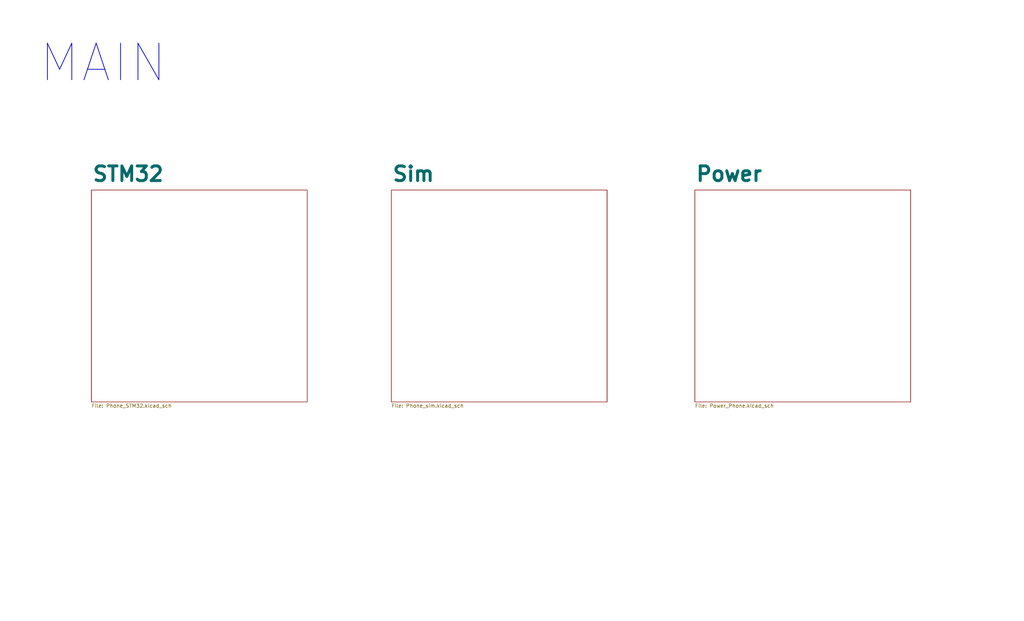
<source format=kicad_sch>
(kicad_sch
	(version 20231120)
	(generator "eeschema")
	(generator_version "8.0")
	(uuid "4fa1dd4b-6725-4ebb-9bbc-2a7859a622b2")
	(paper "USLegal")
	(title_block
		(title "Phone")
		(date "2024-12-30")
		(rev "0.1")
	)
	(lib_symbols)
	(text "MAIN"
		(exclude_from_sim no)
		(at 35.814 22.098 0)
		(effects
			(font
				(size 12.7 12.7)
				(thickness 0.254)
				(bold yes)
			)
		)
		(uuid "60db9f37-c7fa-4a62-bb0c-c0cee23f06fa")
	)
	(sheet
		(at 241.3 66.04)
		(size 74.93 73.66)
		(fields_autoplaced yes)
		(stroke
			(width 0.1524)
			(type solid)
		)
		(fill
			(color 0 0 0 0.0000)
		)
		(uuid "5bb58d5a-3f5a-4c61-9db1-2d458564e836")
		(property "Sheetname" "Power"
			(at 241.3 63.4234 0)
			(effects
				(font
					(size 5.08 5.08)
					(thickness 1.016)
					(bold yes)
				)
				(justify left bottom)
			)
		)
		(property "Sheetfile" "Power_Phone.kicad_sch"
			(at 241.3 140.2846 0)
			(effects
				(font
					(size 1.27 1.27)
				)
				(justify left top)
			)
		)
		(instances
			(project "Phone"
				(path "/4fa1dd4b-6725-4ebb-9bbc-2a7859a622b2"
					(page "4")
				)
			)
		)
	)
	(sheet
		(at 135.89 66.04)
		(size 74.93 73.66)
		(fields_autoplaced yes)
		(stroke
			(width 0.1524)
			(type solid)
		)
		(fill
			(color 0 0 0 0.0000)
		)
		(uuid "e4241b66-1dae-43f8-addf-be551826aba9")
		(property "Sheetname" "Sim"
			(at 135.89 63.4234 0)
			(effects
				(font
					(size 5.08 5.08)
					(thickness 1.016)
					(bold yes)
				)
				(justify left bottom)
			)
		)
		(property "Sheetfile" "Phone_sim.kicad_sch"
			(at 135.89 140.2846 0)
			(effects
				(font
					(size 1.27 1.27)
				)
				(justify left top)
			)
		)
		(instances
			(project "Phone"
				(path "/4fa1dd4b-6725-4ebb-9bbc-2a7859a622b2"
					(page "3")
				)
			)
		)
	)
	(sheet
		(at 31.75 66.04)
		(size 74.93 73.66)
		(fields_autoplaced yes)
		(stroke
			(width 0.1524)
			(type solid)
		)
		(fill
			(color 0 0 0 0.0000)
		)
		(uuid "f3bf5a8a-8a3f-4e7c-88a4-71457e04c7d4")
		(property "Sheetname" "STM32"
			(at 31.75 63.4234 0)
			(effects
				(font
					(size 5.08 5.08)
					(thickness 1.016)
					(bold yes)
				)
				(justify left bottom)
			)
		)
		(property "Sheetfile" "Phone_STM32.kicad_sch"
			(at 31.75 140.2846 0)
			(effects
				(font
					(size 1.27 1.27)
				)
				(justify left top)
			)
		)
		(instances
			(project "Phone"
				(path "/4fa1dd4b-6725-4ebb-9bbc-2a7859a622b2"
					(page "2")
				)
			)
		)
	)
	(sheet_instances
		(path "/"
			(page "1")
		)
	)
)

</source>
